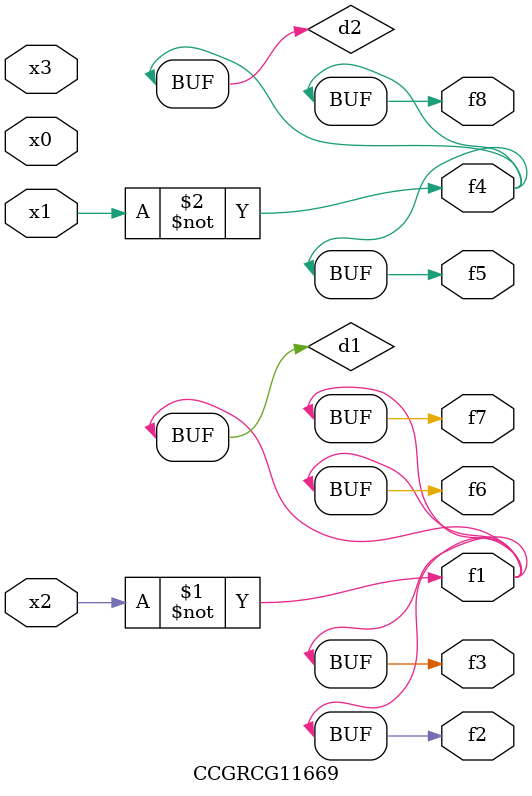
<source format=v>
module CCGRCG11669(
	input x0, x1, x2, x3,
	output f1, f2, f3, f4, f5, f6, f7, f8
);

	wire d1, d2;

	xnor (d1, x2);
	not (d2, x1);
	assign f1 = d1;
	assign f2 = d1;
	assign f3 = d1;
	assign f4 = d2;
	assign f5 = d2;
	assign f6 = d1;
	assign f7 = d1;
	assign f8 = d2;
endmodule

</source>
